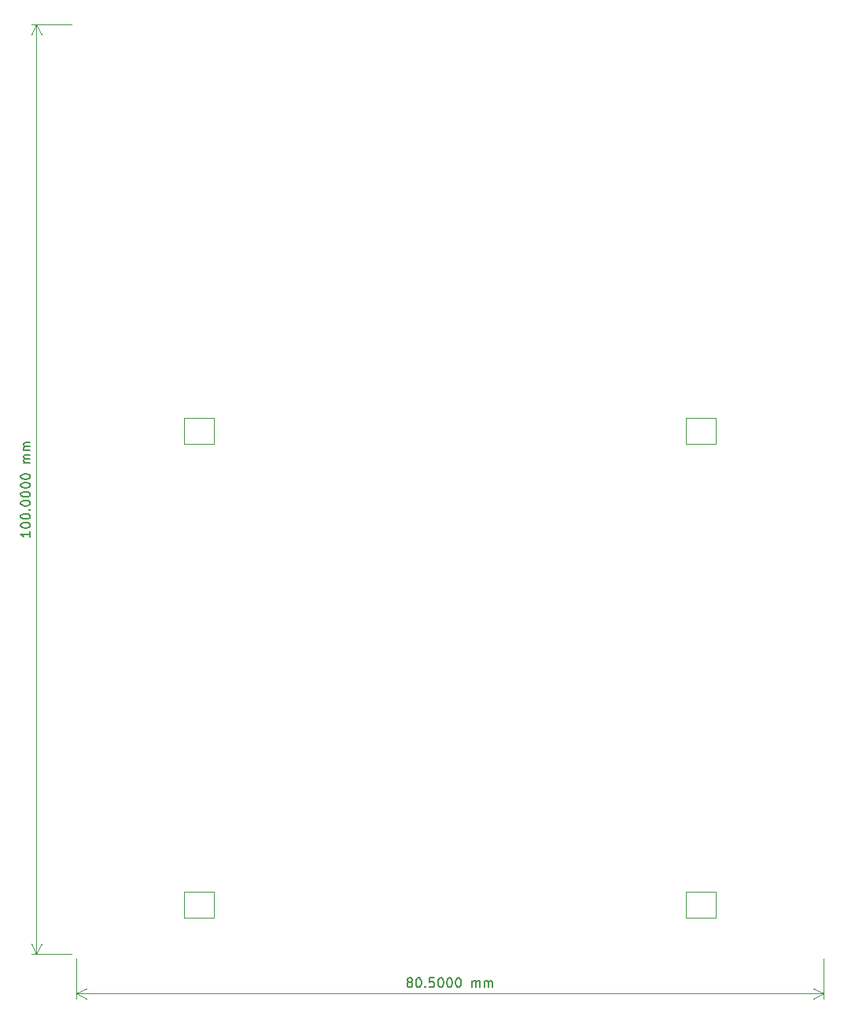
<source format=gbr>
G04 #@! TF.GenerationSoftware,KiCad,Pcbnew,8.0.6*
G04 #@! TF.CreationDate,2024-10-20T21:42:17+02:00*
G04 #@! TF.ProjectId,macropad,6d616372-6f70-4616-942e-6b696361645f,v7.6*
G04 #@! TF.SameCoordinates,Original*
G04 #@! TF.FileFunction,Other,Comment*
%FSLAX46Y46*%
G04 Gerber Fmt 4.6, Leading zero omitted, Abs format (unit mm)*
G04 Created by KiCad (PCBNEW 8.0.6) date 2024-10-20 21:42:17*
%MOMM*%
%LPD*%
G01*
G04 APERTURE LIST*
%ADD10C,0.150000*%
%ADD11C,0.100000*%
%ADD12C,0.120000*%
G04 APERTURE END LIST*
D10*
X35821429Y-102983390D02*
X35726191Y-102935771D01*
X35726191Y-102935771D02*
X35678572Y-102888152D01*
X35678572Y-102888152D02*
X35630953Y-102792914D01*
X35630953Y-102792914D02*
X35630953Y-102745295D01*
X35630953Y-102745295D02*
X35678572Y-102650057D01*
X35678572Y-102650057D02*
X35726191Y-102602438D01*
X35726191Y-102602438D02*
X35821429Y-102554819D01*
X35821429Y-102554819D02*
X36011905Y-102554819D01*
X36011905Y-102554819D02*
X36107143Y-102602438D01*
X36107143Y-102602438D02*
X36154762Y-102650057D01*
X36154762Y-102650057D02*
X36202381Y-102745295D01*
X36202381Y-102745295D02*
X36202381Y-102792914D01*
X36202381Y-102792914D02*
X36154762Y-102888152D01*
X36154762Y-102888152D02*
X36107143Y-102935771D01*
X36107143Y-102935771D02*
X36011905Y-102983390D01*
X36011905Y-102983390D02*
X35821429Y-102983390D01*
X35821429Y-102983390D02*
X35726191Y-103031009D01*
X35726191Y-103031009D02*
X35678572Y-103078628D01*
X35678572Y-103078628D02*
X35630953Y-103173866D01*
X35630953Y-103173866D02*
X35630953Y-103364342D01*
X35630953Y-103364342D02*
X35678572Y-103459580D01*
X35678572Y-103459580D02*
X35726191Y-103507200D01*
X35726191Y-103507200D02*
X35821429Y-103554819D01*
X35821429Y-103554819D02*
X36011905Y-103554819D01*
X36011905Y-103554819D02*
X36107143Y-103507200D01*
X36107143Y-103507200D02*
X36154762Y-103459580D01*
X36154762Y-103459580D02*
X36202381Y-103364342D01*
X36202381Y-103364342D02*
X36202381Y-103173866D01*
X36202381Y-103173866D02*
X36154762Y-103078628D01*
X36154762Y-103078628D02*
X36107143Y-103031009D01*
X36107143Y-103031009D02*
X36011905Y-102983390D01*
X36821429Y-102554819D02*
X36916667Y-102554819D01*
X36916667Y-102554819D02*
X37011905Y-102602438D01*
X37011905Y-102602438D02*
X37059524Y-102650057D01*
X37059524Y-102650057D02*
X37107143Y-102745295D01*
X37107143Y-102745295D02*
X37154762Y-102935771D01*
X37154762Y-102935771D02*
X37154762Y-103173866D01*
X37154762Y-103173866D02*
X37107143Y-103364342D01*
X37107143Y-103364342D02*
X37059524Y-103459580D01*
X37059524Y-103459580D02*
X37011905Y-103507200D01*
X37011905Y-103507200D02*
X36916667Y-103554819D01*
X36916667Y-103554819D02*
X36821429Y-103554819D01*
X36821429Y-103554819D02*
X36726191Y-103507200D01*
X36726191Y-103507200D02*
X36678572Y-103459580D01*
X36678572Y-103459580D02*
X36630953Y-103364342D01*
X36630953Y-103364342D02*
X36583334Y-103173866D01*
X36583334Y-103173866D02*
X36583334Y-102935771D01*
X36583334Y-102935771D02*
X36630953Y-102745295D01*
X36630953Y-102745295D02*
X36678572Y-102650057D01*
X36678572Y-102650057D02*
X36726191Y-102602438D01*
X36726191Y-102602438D02*
X36821429Y-102554819D01*
X37583334Y-103459580D02*
X37630953Y-103507200D01*
X37630953Y-103507200D02*
X37583334Y-103554819D01*
X37583334Y-103554819D02*
X37535715Y-103507200D01*
X37535715Y-103507200D02*
X37583334Y-103459580D01*
X37583334Y-103459580D02*
X37583334Y-103554819D01*
X38535714Y-102554819D02*
X38059524Y-102554819D01*
X38059524Y-102554819D02*
X38011905Y-103031009D01*
X38011905Y-103031009D02*
X38059524Y-102983390D01*
X38059524Y-102983390D02*
X38154762Y-102935771D01*
X38154762Y-102935771D02*
X38392857Y-102935771D01*
X38392857Y-102935771D02*
X38488095Y-102983390D01*
X38488095Y-102983390D02*
X38535714Y-103031009D01*
X38535714Y-103031009D02*
X38583333Y-103126247D01*
X38583333Y-103126247D02*
X38583333Y-103364342D01*
X38583333Y-103364342D02*
X38535714Y-103459580D01*
X38535714Y-103459580D02*
X38488095Y-103507200D01*
X38488095Y-103507200D02*
X38392857Y-103554819D01*
X38392857Y-103554819D02*
X38154762Y-103554819D01*
X38154762Y-103554819D02*
X38059524Y-103507200D01*
X38059524Y-103507200D02*
X38011905Y-103459580D01*
X39202381Y-102554819D02*
X39297619Y-102554819D01*
X39297619Y-102554819D02*
X39392857Y-102602438D01*
X39392857Y-102602438D02*
X39440476Y-102650057D01*
X39440476Y-102650057D02*
X39488095Y-102745295D01*
X39488095Y-102745295D02*
X39535714Y-102935771D01*
X39535714Y-102935771D02*
X39535714Y-103173866D01*
X39535714Y-103173866D02*
X39488095Y-103364342D01*
X39488095Y-103364342D02*
X39440476Y-103459580D01*
X39440476Y-103459580D02*
X39392857Y-103507200D01*
X39392857Y-103507200D02*
X39297619Y-103554819D01*
X39297619Y-103554819D02*
X39202381Y-103554819D01*
X39202381Y-103554819D02*
X39107143Y-103507200D01*
X39107143Y-103507200D02*
X39059524Y-103459580D01*
X39059524Y-103459580D02*
X39011905Y-103364342D01*
X39011905Y-103364342D02*
X38964286Y-103173866D01*
X38964286Y-103173866D02*
X38964286Y-102935771D01*
X38964286Y-102935771D02*
X39011905Y-102745295D01*
X39011905Y-102745295D02*
X39059524Y-102650057D01*
X39059524Y-102650057D02*
X39107143Y-102602438D01*
X39107143Y-102602438D02*
X39202381Y-102554819D01*
X40154762Y-102554819D02*
X40250000Y-102554819D01*
X40250000Y-102554819D02*
X40345238Y-102602438D01*
X40345238Y-102602438D02*
X40392857Y-102650057D01*
X40392857Y-102650057D02*
X40440476Y-102745295D01*
X40440476Y-102745295D02*
X40488095Y-102935771D01*
X40488095Y-102935771D02*
X40488095Y-103173866D01*
X40488095Y-103173866D02*
X40440476Y-103364342D01*
X40440476Y-103364342D02*
X40392857Y-103459580D01*
X40392857Y-103459580D02*
X40345238Y-103507200D01*
X40345238Y-103507200D02*
X40250000Y-103554819D01*
X40250000Y-103554819D02*
X40154762Y-103554819D01*
X40154762Y-103554819D02*
X40059524Y-103507200D01*
X40059524Y-103507200D02*
X40011905Y-103459580D01*
X40011905Y-103459580D02*
X39964286Y-103364342D01*
X39964286Y-103364342D02*
X39916667Y-103173866D01*
X39916667Y-103173866D02*
X39916667Y-102935771D01*
X39916667Y-102935771D02*
X39964286Y-102745295D01*
X39964286Y-102745295D02*
X40011905Y-102650057D01*
X40011905Y-102650057D02*
X40059524Y-102602438D01*
X40059524Y-102602438D02*
X40154762Y-102554819D01*
X41107143Y-102554819D02*
X41202381Y-102554819D01*
X41202381Y-102554819D02*
X41297619Y-102602438D01*
X41297619Y-102602438D02*
X41345238Y-102650057D01*
X41345238Y-102650057D02*
X41392857Y-102745295D01*
X41392857Y-102745295D02*
X41440476Y-102935771D01*
X41440476Y-102935771D02*
X41440476Y-103173866D01*
X41440476Y-103173866D02*
X41392857Y-103364342D01*
X41392857Y-103364342D02*
X41345238Y-103459580D01*
X41345238Y-103459580D02*
X41297619Y-103507200D01*
X41297619Y-103507200D02*
X41202381Y-103554819D01*
X41202381Y-103554819D02*
X41107143Y-103554819D01*
X41107143Y-103554819D02*
X41011905Y-103507200D01*
X41011905Y-103507200D02*
X40964286Y-103459580D01*
X40964286Y-103459580D02*
X40916667Y-103364342D01*
X40916667Y-103364342D02*
X40869048Y-103173866D01*
X40869048Y-103173866D02*
X40869048Y-102935771D01*
X40869048Y-102935771D02*
X40916667Y-102745295D01*
X40916667Y-102745295D02*
X40964286Y-102650057D01*
X40964286Y-102650057D02*
X41011905Y-102602438D01*
X41011905Y-102602438D02*
X41107143Y-102554819D01*
X42630953Y-103554819D02*
X42630953Y-102888152D01*
X42630953Y-102983390D02*
X42678572Y-102935771D01*
X42678572Y-102935771D02*
X42773810Y-102888152D01*
X42773810Y-102888152D02*
X42916667Y-102888152D01*
X42916667Y-102888152D02*
X43011905Y-102935771D01*
X43011905Y-102935771D02*
X43059524Y-103031009D01*
X43059524Y-103031009D02*
X43059524Y-103554819D01*
X43059524Y-103031009D02*
X43107143Y-102935771D01*
X43107143Y-102935771D02*
X43202381Y-102888152D01*
X43202381Y-102888152D02*
X43345238Y-102888152D01*
X43345238Y-102888152D02*
X43440477Y-102935771D01*
X43440477Y-102935771D02*
X43488096Y-103031009D01*
X43488096Y-103031009D02*
X43488096Y-103554819D01*
X43964286Y-103554819D02*
X43964286Y-102888152D01*
X43964286Y-102983390D02*
X44011905Y-102935771D01*
X44011905Y-102935771D02*
X44107143Y-102888152D01*
X44107143Y-102888152D02*
X44250000Y-102888152D01*
X44250000Y-102888152D02*
X44345238Y-102935771D01*
X44345238Y-102935771D02*
X44392857Y-103031009D01*
X44392857Y-103031009D02*
X44392857Y-103554819D01*
X44392857Y-103031009D02*
X44440476Y-102935771D01*
X44440476Y-102935771D02*
X44535714Y-102888152D01*
X44535714Y-102888152D02*
X44678571Y-102888152D01*
X44678571Y-102888152D02*
X44773810Y-102935771D01*
X44773810Y-102935771D02*
X44821429Y-103031009D01*
X44821429Y-103031009D02*
X44821429Y-103554819D01*
D11*
X80500000Y-100500000D02*
X80500000Y-104836420D01*
X0Y-100500000D02*
X0Y-104836420D01*
X80500000Y-104250000D02*
X0Y-104250000D01*
X80500000Y-104250000D02*
X0Y-104250000D01*
X80500000Y-104250000D02*
X79373496Y-104836421D01*
X80500000Y-104250000D02*
X79373496Y-103663579D01*
X0Y-104250000D02*
X1126504Y-103663579D01*
X0Y-104250000D02*
X1126504Y-104836421D01*
D10*
X-4945181Y-54523809D02*
X-4945181Y-55095237D01*
X-4945181Y-54809523D02*
X-5945181Y-54809523D01*
X-5945181Y-54809523D02*
X-5802324Y-54904761D01*
X-5802324Y-54904761D02*
X-5707086Y-54999999D01*
X-5707086Y-54999999D02*
X-5659467Y-55095237D01*
X-5945181Y-53904761D02*
X-5945181Y-53809523D01*
X-5945181Y-53809523D02*
X-5897562Y-53714285D01*
X-5897562Y-53714285D02*
X-5849943Y-53666666D01*
X-5849943Y-53666666D02*
X-5754705Y-53619047D01*
X-5754705Y-53619047D02*
X-5564229Y-53571428D01*
X-5564229Y-53571428D02*
X-5326134Y-53571428D01*
X-5326134Y-53571428D02*
X-5135658Y-53619047D01*
X-5135658Y-53619047D02*
X-5040420Y-53666666D01*
X-5040420Y-53666666D02*
X-4992800Y-53714285D01*
X-4992800Y-53714285D02*
X-4945181Y-53809523D01*
X-4945181Y-53809523D02*
X-4945181Y-53904761D01*
X-4945181Y-53904761D02*
X-4992800Y-53999999D01*
X-4992800Y-53999999D02*
X-5040420Y-54047618D01*
X-5040420Y-54047618D02*
X-5135658Y-54095237D01*
X-5135658Y-54095237D02*
X-5326134Y-54142856D01*
X-5326134Y-54142856D02*
X-5564229Y-54142856D01*
X-5564229Y-54142856D02*
X-5754705Y-54095237D01*
X-5754705Y-54095237D02*
X-5849943Y-54047618D01*
X-5849943Y-54047618D02*
X-5897562Y-53999999D01*
X-5897562Y-53999999D02*
X-5945181Y-53904761D01*
X-5945181Y-52952380D02*
X-5945181Y-52857142D01*
X-5945181Y-52857142D02*
X-5897562Y-52761904D01*
X-5897562Y-52761904D02*
X-5849943Y-52714285D01*
X-5849943Y-52714285D02*
X-5754705Y-52666666D01*
X-5754705Y-52666666D02*
X-5564229Y-52619047D01*
X-5564229Y-52619047D02*
X-5326134Y-52619047D01*
X-5326134Y-52619047D02*
X-5135658Y-52666666D01*
X-5135658Y-52666666D02*
X-5040420Y-52714285D01*
X-5040420Y-52714285D02*
X-4992800Y-52761904D01*
X-4992800Y-52761904D02*
X-4945181Y-52857142D01*
X-4945181Y-52857142D02*
X-4945181Y-52952380D01*
X-4945181Y-52952380D02*
X-4992800Y-53047618D01*
X-4992800Y-53047618D02*
X-5040420Y-53095237D01*
X-5040420Y-53095237D02*
X-5135658Y-53142856D01*
X-5135658Y-53142856D02*
X-5326134Y-53190475D01*
X-5326134Y-53190475D02*
X-5564229Y-53190475D01*
X-5564229Y-53190475D02*
X-5754705Y-53142856D01*
X-5754705Y-53142856D02*
X-5849943Y-53095237D01*
X-5849943Y-53095237D02*
X-5897562Y-53047618D01*
X-5897562Y-53047618D02*
X-5945181Y-52952380D01*
X-5040420Y-52190475D02*
X-4992800Y-52142856D01*
X-4992800Y-52142856D02*
X-4945181Y-52190475D01*
X-4945181Y-52190475D02*
X-4992800Y-52238094D01*
X-4992800Y-52238094D02*
X-5040420Y-52190475D01*
X-5040420Y-52190475D02*
X-4945181Y-52190475D01*
X-5945181Y-51523809D02*
X-5945181Y-51428571D01*
X-5945181Y-51428571D02*
X-5897562Y-51333333D01*
X-5897562Y-51333333D02*
X-5849943Y-51285714D01*
X-5849943Y-51285714D02*
X-5754705Y-51238095D01*
X-5754705Y-51238095D02*
X-5564229Y-51190476D01*
X-5564229Y-51190476D02*
X-5326134Y-51190476D01*
X-5326134Y-51190476D02*
X-5135658Y-51238095D01*
X-5135658Y-51238095D02*
X-5040420Y-51285714D01*
X-5040420Y-51285714D02*
X-4992800Y-51333333D01*
X-4992800Y-51333333D02*
X-4945181Y-51428571D01*
X-4945181Y-51428571D02*
X-4945181Y-51523809D01*
X-4945181Y-51523809D02*
X-4992800Y-51619047D01*
X-4992800Y-51619047D02*
X-5040420Y-51666666D01*
X-5040420Y-51666666D02*
X-5135658Y-51714285D01*
X-5135658Y-51714285D02*
X-5326134Y-51761904D01*
X-5326134Y-51761904D02*
X-5564229Y-51761904D01*
X-5564229Y-51761904D02*
X-5754705Y-51714285D01*
X-5754705Y-51714285D02*
X-5849943Y-51666666D01*
X-5849943Y-51666666D02*
X-5897562Y-51619047D01*
X-5897562Y-51619047D02*
X-5945181Y-51523809D01*
X-5945181Y-50571428D02*
X-5945181Y-50476190D01*
X-5945181Y-50476190D02*
X-5897562Y-50380952D01*
X-5897562Y-50380952D02*
X-5849943Y-50333333D01*
X-5849943Y-50333333D02*
X-5754705Y-50285714D01*
X-5754705Y-50285714D02*
X-5564229Y-50238095D01*
X-5564229Y-50238095D02*
X-5326134Y-50238095D01*
X-5326134Y-50238095D02*
X-5135658Y-50285714D01*
X-5135658Y-50285714D02*
X-5040420Y-50333333D01*
X-5040420Y-50333333D02*
X-4992800Y-50380952D01*
X-4992800Y-50380952D02*
X-4945181Y-50476190D01*
X-4945181Y-50476190D02*
X-4945181Y-50571428D01*
X-4945181Y-50571428D02*
X-4992800Y-50666666D01*
X-4992800Y-50666666D02*
X-5040420Y-50714285D01*
X-5040420Y-50714285D02*
X-5135658Y-50761904D01*
X-5135658Y-50761904D02*
X-5326134Y-50809523D01*
X-5326134Y-50809523D02*
X-5564229Y-50809523D01*
X-5564229Y-50809523D02*
X-5754705Y-50761904D01*
X-5754705Y-50761904D02*
X-5849943Y-50714285D01*
X-5849943Y-50714285D02*
X-5897562Y-50666666D01*
X-5897562Y-50666666D02*
X-5945181Y-50571428D01*
X-5945181Y-49619047D02*
X-5945181Y-49523809D01*
X-5945181Y-49523809D02*
X-5897562Y-49428571D01*
X-5897562Y-49428571D02*
X-5849943Y-49380952D01*
X-5849943Y-49380952D02*
X-5754705Y-49333333D01*
X-5754705Y-49333333D02*
X-5564229Y-49285714D01*
X-5564229Y-49285714D02*
X-5326134Y-49285714D01*
X-5326134Y-49285714D02*
X-5135658Y-49333333D01*
X-5135658Y-49333333D02*
X-5040420Y-49380952D01*
X-5040420Y-49380952D02*
X-4992800Y-49428571D01*
X-4992800Y-49428571D02*
X-4945181Y-49523809D01*
X-4945181Y-49523809D02*
X-4945181Y-49619047D01*
X-4945181Y-49619047D02*
X-4992800Y-49714285D01*
X-4992800Y-49714285D02*
X-5040420Y-49761904D01*
X-5040420Y-49761904D02*
X-5135658Y-49809523D01*
X-5135658Y-49809523D02*
X-5326134Y-49857142D01*
X-5326134Y-49857142D02*
X-5564229Y-49857142D01*
X-5564229Y-49857142D02*
X-5754705Y-49809523D01*
X-5754705Y-49809523D02*
X-5849943Y-49761904D01*
X-5849943Y-49761904D02*
X-5897562Y-49714285D01*
X-5897562Y-49714285D02*
X-5945181Y-49619047D01*
X-5945181Y-48666666D02*
X-5945181Y-48571428D01*
X-5945181Y-48571428D02*
X-5897562Y-48476190D01*
X-5897562Y-48476190D02*
X-5849943Y-48428571D01*
X-5849943Y-48428571D02*
X-5754705Y-48380952D01*
X-5754705Y-48380952D02*
X-5564229Y-48333333D01*
X-5564229Y-48333333D02*
X-5326134Y-48333333D01*
X-5326134Y-48333333D02*
X-5135658Y-48380952D01*
X-5135658Y-48380952D02*
X-5040420Y-48428571D01*
X-5040420Y-48428571D02*
X-4992800Y-48476190D01*
X-4992800Y-48476190D02*
X-4945181Y-48571428D01*
X-4945181Y-48571428D02*
X-4945181Y-48666666D01*
X-4945181Y-48666666D02*
X-4992800Y-48761904D01*
X-4992800Y-48761904D02*
X-5040420Y-48809523D01*
X-5040420Y-48809523D02*
X-5135658Y-48857142D01*
X-5135658Y-48857142D02*
X-5326134Y-48904761D01*
X-5326134Y-48904761D02*
X-5564229Y-48904761D01*
X-5564229Y-48904761D02*
X-5754705Y-48857142D01*
X-5754705Y-48857142D02*
X-5849943Y-48809523D01*
X-5849943Y-48809523D02*
X-5897562Y-48761904D01*
X-5897562Y-48761904D02*
X-5945181Y-48666666D01*
X-4945181Y-47142856D02*
X-5611848Y-47142856D01*
X-5516610Y-47142856D02*
X-5564229Y-47095237D01*
X-5564229Y-47095237D02*
X-5611848Y-46999999D01*
X-5611848Y-46999999D02*
X-5611848Y-46857142D01*
X-5611848Y-46857142D02*
X-5564229Y-46761904D01*
X-5564229Y-46761904D02*
X-5468991Y-46714285D01*
X-5468991Y-46714285D02*
X-4945181Y-46714285D01*
X-5468991Y-46714285D02*
X-5564229Y-46666666D01*
X-5564229Y-46666666D02*
X-5611848Y-46571428D01*
X-5611848Y-46571428D02*
X-5611848Y-46428571D01*
X-5611848Y-46428571D02*
X-5564229Y-46333332D01*
X-5564229Y-46333332D02*
X-5468991Y-46285713D01*
X-5468991Y-46285713D02*
X-4945181Y-46285713D01*
X-4945181Y-45809523D02*
X-5611848Y-45809523D01*
X-5516610Y-45809523D02*
X-5564229Y-45761904D01*
X-5564229Y-45761904D02*
X-5611848Y-45666666D01*
X-5611848Y-45666666D02*
X-5611848Y-45523809D01*
X-5611848Y-45523809D02*
X-5564229Y-45428571D01*
X-5564229Y-45428571D02*
X-5468991Y-45380952D01*
X-5468991Y-45380952D02*
X-4945181Y-45380952D01*
X-5468991Y-45380952D02*
X-5564229Y-45333333D01*
X-5564229Y-45333333D02*
X-5611848Y-45238095D01*
X-5611848Y-45238095D02*
X-5611848Y-45095238D01*
X-5611848Y-45095238D02*
X-5564229Y-44999999D01*
X-5564229Y-44999999D02*
X-5468991Y-44952380D01*
X-5468991Y-44952380D02*
X-4945181Y-44952380D01*
D11*
X-500000Y-100000000D02*
X-4836420Y-100000000D01*
X-500000Y0D02*
X-4836420Y0D01*
X-4250000Y-100000000D02*
X-4250000Y0D01*
X-4250000Y-100000000D02*
X-4250000Y0D01*
X-4250000Y-100000000D02*
X-4836421Y-98873496D01*
X-4250000Y-100000000D02*
X-3663579Y-98873496D01*
X-4250000Y0D02*
X-3663579Y-1126504D01*
X-4250000Y0D02*
X-4836421Y-1126504D01*
D12*
G04 #@! TO.C,D22*
X65650000Y-93280000D02*
X65650000Y-96080000D01*
X65650000Y-96080000D02*
X68850000Y-96080000D01*
X68850000Y-93280000D02*
X65650000Y-93280000D01*
X68850000Y-96080000D02*
X68850000Y-93280000D01*
G04 #@! TO.C,D17*
X65650000Y-42280000D02*
X65650000Y-45080000D01*
X65650000Y-45080000D02*
X68850000Y-45080000D01*
X68850000Y-42280000D02*
X65650000Y-42280000D01*
X68850000Y-45080000D02*
X68850000Y-42280000D01*
G04 #@! TO.C,D18*
X11650000Y-42280000D02*
X11650000Y-45080000D01*
X11650000Y-45080000D02*
X14850000Y-45080000D01*
X14850000Y-42280000D02*
X11650000Y-42280000D01*
X14850000Y-45080000D02*
X14850000Y-42280000D01*
G04 #@! TO.C,D21*
X11650000Y-93280000D02*
X11650000Y-96080000D01*
X11650000Y-96080000D02*
X14850000Y-96080000D01*
X14850000Y-93280000D02*
X11650000Y-93280000D01*
X14850000Y-96080000D02*
X14850000Y-93280000D01*
G04 #@! TD*
M02*

</source>
